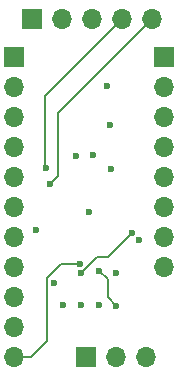
<source format=gbr>
%TF.GenerationSoftware,KiCad,Pcbnew,8.0.6*%
%TF.CreationDate,2024-11-24T13:18:03-08:00*%
%TF.ProjectId,pic32_breakout,70696333-325f-4627-9265-616b6f75742e,rev?*%
%TF.SameCoordinates,Original*%
%TF.FileFunction,Copper,L4,Bot*%
%TF.FilePolarity,Positive*%
%FSLAX46Y46*%
G04 Gerber Fmt 4.6, Leading zero omitted, Abs format (unit mm)*
G04 Created by KiCad (PCBNEW 8.0.6) date 2024-11-24 13:18:03*
%MOMM*%
%LPD*%
G01*
G04 APERTURE LIST*
%TA.AperFunction,ComponentPad*%
%ADD10O,1.700000X1.700000*%
%TD*%
%TA.AperFunction,ComponentPad*%
%ADD11R,1.700000X1.700000*%
%TD*%
%TA.AperFunction,ViaPad*%
%ADD12C,0.600000*%
%TD*%
%TA.AperFunction,Conductor*%
%ADD13C,0.200000*%
%TD*%
G04 APERTURE END LIST*
D10*
%TO.P,J1,3,Pin_3*%
%TO.N,GND*%
X111180000Y-100400000D03*
%TO.P,J1,2,Pin_2*%
%TO.N,/RXD*%
X108640000Y-100400000D03*
D11*
%TO.P,J1,1,Pin_1*%
%TO.N,/TXD*%
X106100000Y-100400000D03*
%TD*%
D10*
%TO.P,J2,5,Pin_5*%
%TO.N,/PGClk*%
X111620000Y-71800000D03*
%TO.P,J2,4,Pin_4*%
%TO.N,/PGData*%
X109080000Y-71800000D03*
%TO.P,J2,3,Pin_3*%
%TO.N,GND*%
X106540000Y-71800000D03*
%TO.P,J2,2,Pin_2*%
%TO.N,+3.3V*%
X104000000Y-71800000D03*
D11*
%TO.P,J2,1,Pin_1*%
%TO.N,/MCLR*%
X101460000Y-71800000D03*
%TD*%
D10*
%TO.P,J5,8,Pin_8*%
%TO.N,/17{slash}RB8*%
X112700000Y-92780000D03*
%TO.P,J5,7,Pin_7*%
%TO.N,/18{slash}RB9*%
X112700000Y-90240000D03*
%TO.P,J5,6,Pin_6*%
%TO.N,/21{slash}RB10*%
X112700000Y-87700000D03*
%TO.P,J5,5,Pin_5*%
%TO.N,/22{slash}RB11*%
X112700000Y-85160000D03*
%TO.P,J5,4,Pin_4*%
%TO.N,/23{slash}AN12{slash}RB12*%
X112700000Y-82620000D03*
%TO.P,J5,3,Pin_3*%
%TO.N,/24{slash}AN11{slash}RB13*%
X112700000Y-80080000D03*
%TO.P,J5,2,Pin_2*%
%TO.N,/25{slash}AN10{slash}RB14*%
X112700000Y-77540000D03*
D11*
%TO.P,J5,1,Pin_1*%
%TO.N,/26{slash}AN9{slash}RB15*%
X112700000Y-75000000D03*
%TD*%
%TO.P,J3,1,Pin_1*%
%TO.N,+3.3V*%
X100000000Y-75000000D03*
D10*
%TO.P,J3,2,Pin_2*%
%TO.N,GND*%
X100000000Y-77540000D03*
%TO.P,J3,3,Pin_3*%
%TO.N,/2{slash}AN0{slash}RA0*%
X100000000Y-80080000D03*
%TO.P,J3,4,Pin_4*%
%TO.N,/3{slash}AN1{slash}RA1*%
X100000000Y-82620000D03*
%TO.P,J3,5,Pin_5*%
%TO.N,/6{slash}AN4{slash}RB2*%
X100000000Y-85160000D03*
%TO.P,J3,6,Pin_6*%
%TO.N,/7{slash}AN5{slash}RB3*%
X100000000Y-87700000D03*
%TO.P,J3,7,Pin_7*%
%TO.N,/9{slash}RA2*%
X100000000Y-90240000D03*
%TO.P,J3,8,Pin_8*%
%TO.N,/10{slash}RA3*%
X100000000Y-92780000D03*
%TO.P,J3,9,Pin_9*%
%TO.N,/11{slash}RB4*%
X100000000Y-95320000D03*
%TO.P,J3,10,Pin_10*%
%TO.N,/12{slash}RA4*%
X100000000Y-97860000D03*
%TO.P,J3,11,Pin_11*%
%TO.N,/14{slash}RB5*%
X100000000Y-100400000D03*
%TD*%
D12*
%TO.N,+3.3V*%
X103343000Y-94137565D03*
%TO.N,Net-(D1-A)*%
X108610400Y-96062800D03*
X107188000Y-93116400D03*
%TO.N,Net-(U1-Vcap)*%
X105613200Y-93319600D03*
%TO.N,GND*%
X107137200Y-96012000D03*
%TO.N,+3.3V*%
X108610400Y-93319600D03*
%TO.N,GND*%
X105613200Y-96012000D03*
X104089200Y-96012000D03*
X101854000Y-89611200D03*
X107848400Y-77470000D03*
%TO.N,+3.3V*%
X105199265Y-83395735D03*
%TO.N,GND*%
X106680000Y-83312000D03*
X108077000Y-80772000D03*
X106299000Y-88138000D03*
%TO.N,/PGClk*%
X102997000Y-85725000D03*
%TO.N,/PGData*%
X102650854Y-84420147D03*
%TO.N,GND*%
X110582000Y-90511222D03*
%TO.N,Net-(U1-Vcap)*%
X109982000Y-89916000D03*
%TO.N,/14{slash}RB5*%
X105600500Y-92519500D03*
%TO.N,GND*%
X108204000Y-84455000D03*
%TD*%
D13*
%TO.N,Net-(D1-A)*%
X107899200Y-93827600D02*
X107899200Y-95351600D01*
X107899200Y-95351600D02*
X108610400Y-96062800D01*
X107188000Y-93116400D02*
X107899200Y-93827600D01*
%TO.N,Net-(U1-Vcap)*%
X107950000Y-91948000D02*
X109982000Y-89916000D01*
X105664000Y-93319600D02*
X107035600Y-91948000D01*
X107035600Y-91948000D02*
X107950000Y-91948000D01*
X105613200Y-93319600D02*
X105664000Y-93319600D01*
%TO.N,/14{slash}RB5*%
X101403000Y-100400000D02*
X100000000Y-100400000D01*
X102743000Y-99060000D02*
X101403000Y-100400000D01*
X102743000Y-93726000D02*
X102743000Y-99060000D01*
X103949500Y-92519500D02*
X102743000Y-93726000D01*
X105600500Y-92519500D02*
X103949500Y-92519500D01*
%TO.N,/PGClk*%
X103667000Y-79753000D02*
X111620000Y-71800000D01*
X102997000Y-85725000D02*
X103667000Y-85055000D01*
X103667000Y-85055000D02*
X103667000Y-79753000D01*
%TO.N,/PGData*%
X102616000Y-78264000D02*
X109080000Y-71800000D01*
X102616000Y-84385293D02*
X102616000Y-78264000D01*
X102650854Y-84420147D02*
X102616000Y-84385293D01*
%TD*%
M02*

</source>
